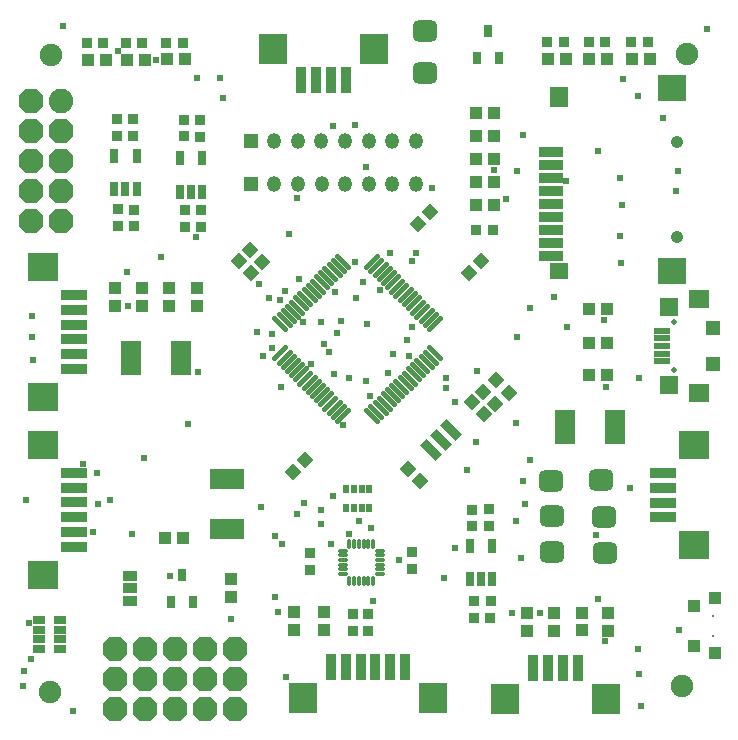
<source format=gts>
G04*
G04 #@! TF.GenerationSoftware,Altium Limited,Altium Designer,20.2.6 (244)*
G04*
G04 Layer_Color=8388736*
%FSLAX24Y24*%
%MOIN*%
G70*
G04*
G04 #@! TF.SameCoordinates,51859F98-D9B2-4489-9200-0AB67A10A6FC*
G04*
G04*
G04 #@! TF.FilePolarity,Negative*
G04*
G01*
G75*
G04:AMPARAMS|DCode=53|XSize=82.8mil|YSize=71mil|CornerRadius=19.7mil|HoleSize=0mil|Usage=FLASHONLY|Rotation=0.000|XOffset=0mil|YOffset=0mil|HoleType=Round|Shape=RoundedRectangle|*
%AMROUNDEDRECTD53*
21,1,0.0828,0.0315,0,0,0.0*
21,1,0.0433,0.0710,0,0,0.0*
1,1,0.0395,0.0217,-0.0157*
1,1,0.0395,-0.0217,-0.0157*
1,1,0.0395,-0.0217,0.0157*
1,1,0.0395,0.0217,0.0157*
%
%ADD53ROUNDEDRECTD53*%
%ADD54R,0.0906X0.0354*%
%ADD55R,0.1024X0.0965*%
%ADD56R,0.0316X0.0395*%
%ADD57R,0.0398X0.0420*%
%ADD58R,0.0710X0.1180*%
%ADD59R,0.0380X0.0380*%
%ADD60R,0.0354X0.0906*%
%ADD61R,0.0965X0.1024*%
G04:AMPARAMS|DCode=62|XSize=31.6mil|YSize=71mil|CornerRadius=0mil|HoleSize=0mil|Usage=FLASHONLY|Rotation=45.000|XOffset=0mil|YOffset=0mil|HoleType=Round|Shape=Rectangle|*
%AMROTATEDRECTD62*
4,1,4,0.0139,-0.0363,-0.0363,0.0139,-0.0139,0.0363,0.0363,-0.0139,0.0139,-0.0363,0.0*
%
%ADD62ROTATEDRECTD62*%

%ADD63R,0.0420X0.0398*%
G04:AMPARAMS|DCode=64|XSize=39.8mil|YSize=42mil|CornerRadius=0mil|HoleSize=0mil|Usage=FLASHONLY|Rotation=315.000|XOffset=0mil|YOffset=0mil|HoleType=Round|Shape=Rectangle|*
%AMROTATEDRECTD64*
4,1,4,-0.0289,-0.0008,0.0008,0.0289,0.0289,0.0008,-0.0008,-0.0289,-0.0289,-0.0008,0.0*
%
%ADD64ROTATEDRECTD64*%

%ADD65P,0.0537X4X180.0*%
%ADD66R,0.0513X0.0356*%
%ADD67R,0.1180X0.0710*%
%ADD68R,0.0380X0.0380*%
%ADD69R,0.0257X0.0474*%
%ADD70P,0.0537X4X270.0*%
%ADD71R,0.0789X0.0356*%
%ADD72R,0.0631X0.0552*%
%ADD73R,0.0946X0.0880*%
%ADD74R,0.0631X0.0710*%
%ADD75R,0.0395X0.0395*%
%ADD76R,0.0395X0.0434*%
%ADD77R,0.0474X0.0513*%
%ADD78R,0.0671X0.0611*%
%ADD79R,0.0631X0.0631*%
%ADD80R,0.0552X0.0237*%
%ADD81O,0.0320X0.0160*%
%ADD82O,0.0160X0.0320*%
%ADD83R,0.0218X0.0277*%
G04:AMPARAMS|DCode=84|XSize=17.8mil|YSize=69mil|CornerRadius=0mil|HoleSize=0mil|Usage=FLASHONLY|Rotation=225.000|XOffset=0mil|YOffset=0mil|HoleType=Round|Shape=Round|*
%AMOVALD84*
21,1,0.0512,0.0178,0.0000,0.0000,315.0*
1,1,0.0178,-0.0181,0.0181*
1,1,0.0178,0.0181,-0.0181*
%
%ADD84OVALD84*%

G04:AMPARAMS|DCode=85|XSize=17.8mil|YSize=69mil|CornerRadius=0mil|HoleSize=0mil|Usage=FLASHONLY|Rotation=135.000|XOffset=0mil|YOffset=0mil|HoleType=Round|Shape=Round|*
%AMOVALD85*
21,1,0.0512,0.0178,0.0000,0.0000,225.0*
1,1,0.0178,0.0181,0.0181*
1,1,0.0178,-0.0181,-0.0181*
%
%ADD85OVALD85*%

%ADD86R,0.0395X0.0277*%
%ADD87O,0.0480X0.0530*%
%ADD88R,0.0480X0.0480*%
%ADD89C,0.0820*%
%ADD90P,0.0888X8X292.5*%
%ADD91P,0.0888X8X202.5*%
%ADD92C,0.0415*%
%ADD93C,0.0749*%
%ADD94C,0.0080*%
%ADD95C,0.0197*%
%ADD96C,0.0240*%
D53*
X38030Y21240D02*
D03*
X38060Y20040D02*
D03*
X36320Y20060D02*
D03*
X36300Y21260D02*
D03*
X37950Y22470D02*
D03*
X36290Y22430D02*
D03*
X32070Y37450D02*
D03*
Y36050D02*
D03*
D54*
X40018Y21232D02*
D03*
Y21724D02*
D03*
Y22216D02*
D03*
Y22708D02*
D03*
X20382Y26672D02*
D03*
Y26180D02*
D03*
Y28640D02*
D03*
Y28148D02*
D03*
Y27656D02*
D03*
Y27164D02*
D03*
Y21234D02*
D03*
Y21726D02*
D03*
Y22218D02*
D03*
Y22710D02*
D03*
Y20250D02*
D03*
Y20742D02*
D03*
D55*
X41042Y23645D02*
D03*
Y20295D02*
D03*
X19358Y25243D02*
D03*
Y29577D02*
D03*
Y23647D02*
D03*
Y19313D02*
D03*
D56*
X23970Y19313D02*
D03*
X24344Y18420D02*
D03*
X23596D02*
D03*
X33806Y36547D02*
D03*
X34554D02*
D03*
X34180Y37440D02*
D03*
D57*
X23417Y20540D02*
D03*
X24010D02*
D03*
X37550Y28170D02*
D03*
X38143D02*
D03*
X38140Y25960D02*
D03*
X37547D02*
D03*
X37557Y27030D02*
D03*
X38150D02*
D03*
X21440Y36480D02*
D03*
X20847D02*
D03*
X22740Y36490D02*
D03*
X22147D02*
D03*
X24083Y36500D02*
D03*
X23490D02*
D03*
X33777Y31641D02*
D03*
X34370D02*
D03*
Y32411D02*
D03*
X33777D02*
D03*
X34370Y33181D02*
D03*
X33777D02*
D03*
X38990Y36520D02*
D03*
X39583D02*
D03*
X37557D02*
D03*
X38150D02*
D03*
X36180D02*
D03*
X36773D02*
D03*
X34360Y34720D02*
D03*
X33767D02*
D03*
X34380Y33950D02*
D03*
X33787D02*
D03*
D58*
X23940Y26540D02*
D03*
X22290D02*
D03*
X38400Y24250D02*
D03*
X36750D02*
D03*
D59*
X38950Y37080D02*
D03*
X39495Y37079D02*
D03*
X37530Y37070D02*
D03*
X38075Y37069D02*
D03*
X36150Y37060D02*
D03*
X36695Y37059D02*
D03*
X23995Y37049D02*
D03*
X23450Y37050D02*
D03*
X22642Y37039D02*
D03*
X22097Y37040D02*
D03*
X21348Y37049D02*
D03*
X20803Y37050D02*
D03*
X34350Y30820D02*
D03*
X33785Y30821D02*
D03*
D60*
X29428Y35818D02*
D03*
X28936D02*
D03*
X28444D02*
D03*
X27952D02*
D03*
X30426Y16242D02*
D03*
X29934D02*
D03*
X29442D02*
D03*
X28950D02*
D03*
X31410D02*
D03*
X30918D02*
D03*
X37168Y16212D02*
D03*
X36676D02*
D03*
X36184D02*
D03*
X35692D02*
D03*
D61*
X27015Y36842D02*
D03*
X30365D02*
D03*
X28013Y15218D02*
D03*
X32347D02*
D03*
X34755Y15188D02*
D03*
X38105D02*
D03*
D62*
X32600Y23800D02*
D03*
X32266Y23466D02*
D03*
X32934Y24134D02*
D03*
D63*
X24460Y28280D02*
D03*
Y28873D02*
D03*
X21755Y28281D02*
D03*
Y28874D02*
D03*
X22657Y28280D02*
D03*
Y28873D02*
D03*
X23558Y28270D02*
D03*
Y28863D02*
D03*
X36370Y18050D02*
D03*
Y17457D02*
D03*
X37320Y17460D02*
D03*
Y18053D02*
D03*
X38190Y17450D02*
D03*
Y18043D02*
D03*
X35460Y18050D02*
D03*
Y17457D02*
D03*
X25610Y19180D02*
D03*
Y18587D02*
D03*
X27720Y18073D02*
D03*
Y17480D02*
D03*
X28720Y18060D02*
D03*
Y17467D02*
D03*
D64*
X34451Y25799D02*
D03*
X34870Y25380D02*
D03*
D65*
X34040Y24660D02*
D03*
X33641Y25060D02*
D03*
X26640Y29740D02*
D03*
X26241Y30140D02*
D03*
X25891Y29780D02*
D03*
X26290Y29380D02*
D03*
X31908Y22452D02*
D03*
X31509Y22852D02*
D03*
X34410Y25020D02*
D03*
X34011Y25420D02*
D03*
D66*
X22230Y18450D02*
D03*
Y19270D02*
D03*
Y18860D02*
D03*
D67*
X25460Y20850D02*
D03*
Y22500D02*
D03*
D68*
X29679Y17445D02*
D03*
X29680Y18010D02*
D03*
X28240Y19470D02*
D03*
X28241Y20035D02*
D03*
X24571Y34485D02*
D03*
X24570Y33920D02*
D03*
X34201Y21495D02*
D03*
X34200Y20930D02*
D03*
X33710Y17888D02*
D03*
X33711Y18453D02*
D03*
X34259Y17885D02*
D03*
X34260Y18450D02*
D03*
X24040Y34490D02*
D03*
X24039Y33925D02*
D03*
X21811Y34515D02*
D03*
X21810Y33950D02*
D03*
X22351Y34515D02*
D03*
X22350Y33950D02*
D03*
X22369Y30925D02*
D03*
X22370Y31490D02*
D03*
X21849Y30935D02*
D03*
X21850Y31500D02*
D03*
X24620Y30910D02*
D03*
X24621Y31475D02*
D03*
X24090Y30910D02*
D03*
X24091Y31475D02*
D03*
X30189Y17445D02*
D03*
X30190Y18010D02*
D03*
X31641Y20085D02*
D03*
X31640Y19520D02*
D03*
X33651Y21490D02*
D03*
X33651Y20925D02*
D03*
D69*
X34324Y19169D02*
D03*
X33576D02*
D03*
X33950D02*
D03*
X33576Y20271D02*
D03*
X34324D02*
D03*
X22460Y32160D02*
D03*
X21712D02*
D03*
X22086D02*
D03*
X21712Y33262D02*
D03*
X22460D02*
D03*
X24654Y32090D02*
D03*
X23906D02*
D03*
X24280D02*
D03*
X23906Y33192D02*
D03*
X24654D02*
D03*
D70*
X32240Y31400D02*
D03*
X31840Y31001D02*
D03*
X33930Y29790D02*
D03*
X33530Y29391D02*
D03*
X27662Y22752D02*
D03*
X28062Y23151D02*
D03*
D71*
X36283Y31254D02*
D03*
Y29954D02*
D03*
Y30387D02*
D03*
Y30821D02*
D03*
Y31687D02*
D03*
Y32120D02*
D03*
Y32553D02*
D03*
Y32986D02*
D03*
Y33419D02*
D03*
D72*
X36530Y29443D02*
D03*
D73*
X40310D02*
D03*
Y35545D02*
D03*
D74*
X36530Y35230D02*
D03*
D75*
X41050Y18275D02*
D03*
Y16956D02*
D03*
D76*
X41735Y16714D02*
D03*
Y18525D02*
D03*
D77*
X41660Y26350D02*
D03*
Y27531D02*
D03*
D78*
X41211Y25366D02*
D03*
Y28515D02*
D03*
D79*
X40203Y25641D02*
D03*
Y28240D02*
D03*
D80*
X39967Y26429D02*
D03*
Y26685D02*
D03*
Y26941D02*
D03*
Y27196D02*
D03*
Y27452D02*
D03*
D81*
X29330Y20124D02*
D03*
Y19966D02*
D03*
Y19809D02*
D03*
Y19651D02*
D03*
Y19494D02*
D03*
Y19336D02*
D03*
X30570D02*
D03*
Y19494D02*
D03*
Y19651D02*
D03*
Y19809D02*
D03*
Y19966D02*
D03*
Y20124D02*
D03*
D82*
X29556Y19110D02*
D03*
X29714D02*
D03*
X29871D02*
D03*
X30029D02*
D03*
X30186D02*
D03*
X30344D02*
D03*
Y20350D02*
D03*
X30186D02*
D03*
X30029D02*
D03*
X29871D02*
D03*
X29714D02*
D03*
X29556D02*
D03*
D83*
X30226Y22180D02*
D03*
X29970D02*
D03*
X29714D02*
D03*
X29458D02*
D03*
Y21550D02*
D03*
X29714D02*
D03*
X29970D02*
D03*
X30226D02*
D03*
D84*
X30317Y24605D02*
D03*
X30456Y24744D02*
D03*
X30596Y24883D02*
D03*
X30735Y25023D02*
D03*
X30874Y25162D02*
D03*
X31013Y25301D02*
D03*
X31152Y25440D02*
D03*
X31292Y25579D02*
D03*
X31431Y25719D02*
D03*
X31570Y25858D02*
D03*
X31709Y25997D02*
D03*
X31848Y26136D02*
D03*
X31987Y26275D02*
D03*
X32127Y26415D02*
D03*
X32266Y26554D02*
D03*
X32405Y26693D02*
D03*
X29343Y29755D02*
D03*
X29204Y29616D02*
D03*
X29065Y29477D02*
D03*
X28925Y29337D02*
D03*
X28786Y29198D02*
D03*
X28647Y29059D02*
D03*
X28508Y28920D02*
D03*
X28369Y28781D02*
D03*
X28229Y28641D02*
D03*
X28090Y28502D02*
D03*
X27951Y28363D02*
D03*
X27812Y28224D02*
D03*
X27673Y28085D02*
D03*
X27534Y27945D02*
D03*
X27394Y27806D02*
D03*
X27255Y27667D02*
D03*
D85*
X32405Y27667D02*
D03*
X32266Y27806D02*
D03*
X32127Y27945D02*
D03*
X31987Y28085D02*
D03*
X31848Y28224D02*
D03*
X31709Y28363D02*
D03*
X31570Y28502D02*
D03*
X31431Y28641D02*
D03*
X31292Y28781D02*
D03*
X31152Y28920D02*
D03*
X31013Y29059D02*
D03*
X30874Y29198D02*
D03*
X30735Y29337D02*
D03*
X30596Y29477D02*
D03*
X30456Y29616D02*
D03*
X30317Y29755D02*
D03*
X27255Y26693D02*
D03*
X27394Y26554D02*
D03*
X27534Y26415D02*
D03*
X27673Y26275D02*
D03*
X27812Y26136D02*
D03*
X27951Y25997D02*
D03*
X28090Y25858D02*
D03*
X28229Y25719D02*
D03*
X28369Y25579D02*
D03*
X28508Y25440D02*
D03*
X28647Y25301D02*
D03*
X28786Y25162D02*
D03*
X28925Y25023D02*
D03*
X29065Y24883D02*
D03*
X29204Y24744D02*
D03*
X29343Y24605D02*
D03*
D86*
X19206Y17792D02*
D03*
X19914D02*
D03*
X19206Y17478D02*
D03*
X19914D02*
D03*
X19206Y17162D02*
D03*
X19914D02*
D03*
X19206Y16848D02*
D03*
X19914D02*
D03*
D87*
X31777Y32340D02*
D03*
X30990D02*
D03*
X30203D02*
D03*
X29415D02*
D03*
X28628D02*
D03*
X27840D02*
D03*
X27053D02*
D03*
X31772Y33780D02*
D03*
X30985D02*
D03*
X30197D02*
D03*
X29410D02*
D03*
X28623D02*
D03*
X27835D02*
D03*
X27048D02*
D03*
D88*
X26266Y32340D02*
D03*
X26260Y33780D02*
D03*
D89*
X19940Y35120D02*
D03*
D90*
X18940D02*
D03*
X19940Y34120D02*
D03*
X18940D02*
D03*
X19940Y33120D02*
D03*
X18940D02*
D03*
X19940Y32120D02*
D03*
X18940D02*
D03*
X19940Y31120D02*
D03*
X18940D02*
D03*
D91*
X25730Y14840D02*
D03*
Y15840D02*
D03*
Y16840D02*
D03*
X24730Y14840D02*
D03*
Y15840D02*
D03*
Y16840D02*
D03*
X23730Y14840D02*
D03*
Y15840D02*
D03*
Y16840D02*
D03*
X22730Y14840D02*
D03*
Y15840D02*
D03*
Y16840D02*
D03*
X21730Y14840D02*
D03*
Y15840D02*
D03*
Y16840D02*
D03*
D92*
X40467Y30584D02*
D03*
Y33734D02*
D03*
D93*
X19575Y15415D02*
D03*
X40648Y15600D02*
D03*
X19600Y36650D02*
D03*
X40820Y36660D02*
D03*
D94*
X41660Y17281D02*
D03*
Y17950D02*
D03*
D95*
X40377Y26151D02*
D03*
Y27731D02*
D03*
D96*
X41470Y37500D02*
D03*
X40010Y34540D02*
D03*
X39160Y35270D02*
D03*
X38670Y35830D02*
D03*
X20000Y37610D02*
D03*
X25340Y35200D02*
D03*
X25250Y35880D02*
D03*
X24490Y35890D02*
D03*
X18670Y15620D02*
D03*
X20350Y14790D02*
D03*
X39290Y14940D02*
D03*
X39210Y16000D02*
D03*
X39160Y16830D02*
D03*
X40430Y32100D02*
D03*
X40500Y32770D02*
D03*
X38590Y32530D02*
D03*
X38630Y31650D02*
D03*
X38590Y30600D02*
D03*
X38600Y29710D02*
D03*
X18990Y27930D02*
D03*
Y27230D02*
D03*
X19020Y26480D02*
D03*
X26530Y29010D02*
D03*
X26890Y28530D02*
D03*
X32710Y19220D02*
D03*
X30344Y18440D02*
D03*
X35110Y24390D02*
D03*
X33770Y23730D02*
D03*
X33460Y22810D02*
D03*
X29000Y21950D02*
D03*
X29020Y34260D02*
D03*
X29730Y34300D02*
D03*
X24520Y26090D02*
D03*
X21140Y22710D02*
D03*
X35570Y23140D02*
D03*
X38090Y17120D02*
D03*
X33079Y25060D02*
D03*
X31636Y29760D02*
D03*
X23280Y29900D02*
D03*
X35130Y32770D02*
D03*
X30140Y27671D02*
D03*
X27860Y29190D02*
D03*
X35350Y33980D02*
D03*
X30100Y32900D02*
D03*
X30010Y29070D02*
D03*
X34370Y32800D02*
D03*
X24440Y30560D02*
D03*
X35920Y18050D02*
D03*
X27093Y20617D02*
D03*
X35267Y19866D02*
D03*
X29528Y20690D02*
D03*
X28620Y21020D02*
D03*
Y21470D02*
D03*
X38910Y22220D02*
D03*
X27266Y25590D02*
D03*
X32310Y32200D02*
D03*
X23120Y36490D02*
D03*
X21840Y36780D02*
D03*
X26464Y27420D02*
D03*
X27239Y28459D02*
D03*
X34770Y31850D02*
D03*
X30570Y28820D02*
D03*
X35410Y21680D02*
D03*
X40540Y17466D02*
D03*
X23590Y19270D02*
D03*
X25610Y17850D02*
D03*
X24186Y24326D02*
D03*
X29040Y26000D02*
D03*
X35141Y27230D02*
D03*
X31470Y27140D02*
D03*
X22720Y23220D02*
D03*
X31653Y27590D02*
D03*
X21160Y21680D02*
D03*
X30120Y25780D02*
D03*
X21580Y21800D02*
D03*
X29540Y25860D02*
D03*
X21000Y20730D02*
D03*
X30240Y25280D02*
D03*
X28890Y26750D02*
D03*
X35590Y28210D02*
D03*
X29290Y27760D02*
D03*
X36790Y32450D02*
D03*
X28720Y27000D02*
D03*
X36386Y28580D02*
D03*
X35110Y21120D02*
D03*
X30280Y20880D02*
D03*
X26990Y26860D02*
D03*
X26980Y27350D02*
D03*
X26684Y26610D02*
D03*
X22130Y29420D02*
D03*
X37760Y20640D02*
D03*
X32760Y25875D02*
D03*
X27410Y28784D02*
D03*
X37830Y33440D02*
D03*
X38050Y27810D02*
D03*
X28017Y27740D02*
D03*
X34960Y18050D02*
D03*
X27320Y20340D02*
D03*
X27540Y30690D02*
D03*
X29140Y27380D02*
D03*
X37850Y18500D02*
D03*
X28940Y20340D02*
D03*
X28040Y21710D02*
D03*
X36807Y27560D02*
D03*
X31010Y26680D02*
D03*
X33090Y20200D02*
D03*
X31220Y19820D02*
D03*
X29868Y21120D02*
D03*
X35330Y22430D02*
D03*
X18720Y16110D02*
D03*
X18860Y17720D02*
D03*
X27820Y21330D02*
D03*
X32780Y25528D02*
D03*
X18940Y16500D02*
D03*
X22320Y20670D02*
D03*
X27440Y15900D02*
D03*
X28600Y27740D02*
D03*
X18760Y21800D02*
D03*
X29790Y28550D02*
D03*
X22179Y28281D02*
D03*
X29060Y28730D02*
D03*
X27800Y31890D02*
D03*
X30850Y26030D02*
D03*
X27160Y18073D02*
D03*
X27080Y18587D02*
D03*
X33810Y26123D02*
D03*
X26610Y21560D02*
D03*
X29343Y24293D02*
D03*
X20690Y23020D02*
D03*
X38110Y25590D02*
D03*
X31550Y26610D02*
D03*
X28290Y26350D02*
D03*
X39210Y25870D02*
D03*
X30910Y30040D02*
D03*
X31780Y30050D02*
D03*
X29730Y29755D02*
D03*
M02*

</source>
